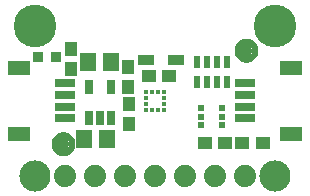
<source format=gbr>
G04 EAGLE Gerber RS-274X export*
G75*
%MOMM*%
%FSLAX34Y34*%
%LPD*%
%INSoldermask Top*%
%IPPOS*%
%AMOC8*
5,1,8,0,0,1.08239X$1,22.5*%
G01*
%ADD10C,2.641600*%
%ADD11R,1.341600X1.601600*%
%ADD12R,0.651600X1.301600*%
%ADD13R,1.101600X1.176600*%
%ADD14R,0.551600X1.001600*%
%ADD15R,0.601600X0.601600*%
%ADD16R,0.601600X0.501600*%
%ADD17C,3.617600*%
%ADD18R,1.651600X0.701600*%
%ADD19R,1.901600X1.301600*%
%ADD20C,1.101600*%
%ADD21C,0.500000*%
%ADD22R,0.901600X0.901600*%
%ADD23R,1.451600X0.901600*%
%ADD24R,1.176600X1.101600*%
%ADD25R,0.351600X0.376600*%
%ADD26R,0.376600X0.351600*%
%ADD27C,1.879600*%


D10*
X25400Y25400D03*
X228600Y25400D03*
D11*
X67208Y56896D03*
X86208Y56896D03*
D12*
X71018Y74629D03*
X80518Y74629D03*
X90018Y74629D03*
X90018Y100631D03*
X71018Y100631D03*
D11*
X70510Y121920D03*
X89510Y121920D03*
D13*
X105410Y85970D03*
X105410Y68970D03*
D14*
X188260Y104530D03*
X188260Y121530D03*
X179260Y104530D03*
X171260Y104530D03*
X162260Y104530D03*
X162260Y121530D03*
X179260Y121530D03*
X171260Y121530D03*
D15*
X183752Y67938D03*
D16*
X183752Y75438D03*
D15*
X183752Y82938D03*
X165752Y82938D03*
D16*
X165752Y75438D03*
D15*
X165752Y67938D03*
D17*
X25400Y152400D03*
X228600Y152400D03*
D18*
X203460Y83900D03*
X203460Y93900D03*
X203460Y73900D03*
X203460Y103900D03*
D19*
X242460Y60900D03*
X242460Y116900D03*
D18*
X50540Y93900D03*
X50540Y83900D03*
X50540Y103900D03*
X50540Y73900D03*
D19*
X11540Y116900D03*
X11540Y60900D03*
D20*
X49530Y52070D03*
D21*
X49530Y59570D02*
X49349Y59568D01*
X49168Y59561D01*
X48987Y59550D01*
X48806Y59535D01*
X48626Y59515D01*
X48446Y59491D01*
X48267Y59463D01*
X48089Y59430D01*
X47912Y59393D01*
X47735Y59352D01*
X47560Y59307D01*
X47385Y59257D01*
X47212Y59203D01*
X47041Y59145D01*
X46870Y59083D01*
X46702Y59016D01*
X46535Y58946D01*
X46369Y58872D01*
X46206Y58793D01*
X46045Y58711D01*
X45885Y58625D01*
X45728Y58535D01*
X45573Y58441D01*
X45420Y58344D01*
X45270Y58242D01*
X45122Y58138D01*
X44976Y58029D01*
X44834Y57918D01*
X44694Y57802D01*
X44557Y57684D01*
X44422Y57562D01*
X44291Y57437D01*
X44163Y57309D01*
X44038Y57178D01*
X43916Y57043D01*
X43798Y56906D01*
X43682Y56766D01*
X43571Y56624D01*
X43462Y56478D01*
X43358Y56330D01*
X43256Y56180D01*
X43159Y56027D01*
X43065Y55872D01*
X42975Y55715D01*
X42889Y55555D01*
X42807Y55394D01*
X42728Y55231D01*
X42654Y55065D01*
X42584Y54898D01*
X42517Y54730D01*
X42455Y54559D01*
X42397Y54388D01*
X42343Y54215D01*
X42293Y54040D01*
X42248Y53865D01*
X42207Y53688D01*
X42170Y53511D01*
X42137Y53333D01*
X42109Y53154D01*
X42085Y52974D01*
X42065Y52794D01*
X42050Y52613D01*
X42039Y52432D01*
X42032Y52251D01*
X42030Y52070D01*
X49530Y59570D02*
X49711Y59568D01*
X49892Y59561D01*
X50073Y59550D01*
X50254Y59535D01*
X50434Y59515D01*
X50614Y59491D01*
X50793Y59463D01*
X50971Y59430D01*
X51148Y59393D01*
X51325Y59352D01*
X51500Y59307D01*
X51675Y59257D01*
X51848Y59203D01*
X52019Y59145D01*
X52190Y59083D01*
X52358Y59016D01*
X52525Y58946D01*
X52691Y58872D01*
X52854Y58793D01*
X53015Y58711D01*
X53175Y58625D01*
X53332Y58535D01*
X53487Y58441D01*
X53640Y58344D01*
X53790Y58242D01*
X53938Y58138D01*
X54084Y58029D01*
X54226Y57918D01*
X54366Y57802D01*
X54503Y57684D01*
X54638Y57562D01*
X54769Y57437D01*
X54897Y57309D01*
X55022Y57178D01*
X55144Y57043D01*
X55262Y56906D01*
X55378Y56766D01*
X55489Y56624D01*
X55598Y56478D01*
X55702Y56330D01*
X55804Y56180D01*
X55901Y56027D01*
X55995Y55872D01*
X56085Y55715D01*
X56171Y55555D01*
X56253Y55394D01*
X56332Y55231D01*
X56406Y55065D01*
X56476Y54898D01*
X56543Y54730D01*
X56605Y54559D01*
X56663Y54388D01*
X56717Y54215D01*
X56767Y54040D01*
X56812Y53865D01*
X56853Y53688D01*
X56890Y53511D01*
X56923Y53333D01*
X56951Y53154D01*
X56975Y52974D01*
X56995Y52794D01*
X57010Y52613D01*
X57021Y52432D01*
X57028Y52251D01*
X57030Y52070D01*
X57028Y51889D01*
X57021Y51708D01*
X57010Y51527D01*
X56995Y51346D01*
X56975Y51166D01*
X56951Y50986D01*
X56923Y50807D01*
X56890Y50629D01*
X56853Y50452D01*
X56812Y50275D01*
X56767Y50100D01*
X56717Y49925D01*
X56663Y49752D01*
X56605Y49581D01*
X56543Y49410D01*
X56476Y49242D01*
X56406Y49075D01*
X56332Y48909D01*
X56253Y48746D01*
X56171Y48585D01*
X56085Y48425D01*
X55995Y48268D01*
X55901Y48113D01*
X55804Y47960D01*
X55702Y47810D01*
X55598Y47662D01*
X55489Y47516D01*
X55378Y47374D01*
X55262Y47234D01*
X55144Y47097D01*
X55022Y46962D01*
X54897Y46831D01*
X54769Y46703D01*
X54638Y46578D01*
X54503Y46456D01*
X54366Y46338D01*
X54226Y46222D01*
X54084Y46111D01*
X53938Y46002D01*
X53790Y45898D01*
X53640Y45796D01*
X53487Y45699D01*
X53332Y45605D01*
X53175Y45515D01*
X53015Y45429D01*
X52854Y45347D01*
X52691Y45268D01*
X52525Y45194D01*
X52358Y45124D01*
X52190Y45057D01*
X52019Y44995D01*
X51848Y44937D01*
X51675Y44883D01*
X51500Y44833D01*
X51325Y44788D01*
X51148Y44747D01*
X50971Y44710D01*
X50793Y44677D01*
X50614Y44649D01*
X50434Y44625D01*
X50254Y44605D01*
X50073Y44590D01*
X49892Y44579D01*
X49711Y44572D01*
X49530Y44570D01*
X49349Y44572D01*
X49168Y44579D01*
X48987Y44590D01*
X48806Y44605D01*
X48626Y44625D01*
X48446Y44649D01*
X48267Y44677D01*
X48089Y44710D01*
X47912Y44747D01*
X47735Y44788D01*
X47560Y44833D01*
X47385Y44883D01*
X47212Y44937D01*
X47041Y44995D01*
X46870Y45057D01*
X46702Y45124D01*
X46535Y45194D01*
X46369Y45268D01*
X46206Y45347D01*
X46045Y45429D01*
X45885Y45515D01*
X45728Y45605D01*
X45573Y45699D01*
X45420Y45796D01*
X45270Y45898D01*
X45122Y46002D01*
X44976Y46111D01*
X44834Y46222D01*
X44694Y46338D01*
X44557Y46456D01*
X44422Y46578D01*
X44291Y46703D01*
X44163Y46831D01*
X44038Y46962D01*
X43916Y47097D01*
X43798Y47234D01*
X43682Y47374D01*
X43571Y47516D01*
X43462Y47662D01*
X43358Y47810D01*
X43256Y47960D01*
X43159Y48113D01*
X43065Y48268D01*
X42975Y48425D01*
X42889Y48585D01*
X42807Y48746D01*
X42728Y48909D01*
X42654Y49075D01*
X42584Y49242D01*
X42517Y49410D01*
X42455Y49581D01*
X42397Y49752D01*
X42343Y49925D01*
X42293Y50100D01*
X42248Y50275D01*
X42207Y50452D01*
X42170Y50629D01*
X42137Y50807D01*
X42109Y50986D01*
X42085Y51166D01*
X42065Y51346D01*
X42050Y51527D01*
X42039Y51708D01*
X42032Y51889D01*
X42030Y52070D01*
D20*
X204470Y131191D03*
D21*
X204470Y138691D02*
X204289Y138689D01*
X204108Y138682D01*
X203927Y138671D01*
X203746Y138656D01*
X203566Y138636D01*
X203386Y138612D01*
X203207Y138584D01*
X203029Y138551D01*
X202852Y138514D01*
X202675Y138473D01*
X202500Y138428D01*
X202325Y138378D01*
X202152Y138324D01*
X201981Y138266D01*
X201810Y138204D01*
X201642Y138137D01*
X201475Y138067D01*
X201309Y137993D01*
X201146Y137914D01*
X200985Y137832D01*
X200825Y137746D01*
X200668Y137656D01*
X200513Y137562D01*
X200360Y137465D01*
X200210Y137363D01*
X200062Y137259D01*
X199916Y137150D01*
X199774Y137039D01*
X199634Y136923D01*
X199497Y136805D01*
X199362Y136683D01*
X199231Y136558D01*
X199103Y136430D01*
X198978Y136299D01*
X198856Y136164D01*
X198738Y136027D01*
X198622Y135887D01*
X198511Y135745D01*
X198402Y135599D01*
X198298Y135451D01*
X198196Y135301D01*
X198099Y135148D01*
X198005Y134993D01*
X197915Y134836D01*
X197829Y134676D01*
X197747Y134515D01*
X197668Y134352D01*
X197594Y134186D01*
X197524Y134019D01*
X197457Y133851D01*
X197395Y133680D01*
X197337Y133509D01*
X197283Y133336D01*
X197233Y133161D01*
X197188Y132986D01*
X197147Y132809D01*
X197110Y132632D01*
X197077Y132454D01*
X197049Y132275D01*
X197025Y132095D01*
X197005Y131915D01*
X196990Y131734D01*
X196979Y131553D01*
X196972Y131372D01*
X196970Y131191D01*
X204470Y138691D02*
X204651Y138689D01*
X204832Y138682D01*
X205013Y138671D01*
X205194Y138656D01*
X205374Y138636D01*
X205554Y138612D01*
X205733Y138584D01*
X205911Y138551D01*
X206088Y138514D01*
X206265Y138473D01*
X206440Y138428D01*
X206615Y138378D01*
X206788Y138324D01*
X206959Y138266D01*
X207130Y138204D01*
X207298Y138137D01*
X207465Y138067D01*
X207631Y137993D01*
X207794Y137914D01*
X207955Y137832D01*
X208115Y137746D01*
X208272Y137656D01*
X208427Y137562D01*
X208580Y137465D01*
X208730Y137363D01*
X208878Y137259D01*
X209024Y137150D01*
X209166Y137039D01*
X209306Y136923D01*
X209443Y136805D01*
X209578Y136683D01*
X209709Y136558D01*
X209837Y136430D01*
X209962Y136299D01*
X210084Y136164D01*
X210202Y136027D01*
X210318Y135887D01*
X210429Y135745D01*
X210538Y135599D01*
X210642Y135451D01*
X210744Y135301D01*
X210841Y135148D01*
X210935Y134993D01*
X211025Y134836D01*
X211111Y134676D01*
X211193Y134515D01*
X211272Y134352D01*
X211346Y134186D01*
X211416Y134019D01*
X211483Y133851D01*
X211545Y133680D01*
X211603Y133509D01*
X211657Y133336D01*
X211707Y133161D01*
X211752Y132986D01*
X211793Y132809D01*
X211830Y132632D01*
X211863Y132454D01*
X211891Y132275D01*
X211915Y132095D01*
X211935Y131915D01*
X211950Y131734D01*
X211961Y131553D01*
X211968Y131372D01*
X211970Y131191D01*
X211968Y131010D01*
X211961Y130829D01*
X211950Y130648D01*
X211935Y130467D01*
X211915Y130287D01*
X211891Y130107D01*
X211863Y129928D01*
X211830Y129750D01*
X211793Y129573D01*
X211752Y129396D01*
X211707Y129221D01*
X211657Y129046D01*
X211603Y128873D01*
X211545Y128702D01*
X211483Y128531D01*
X211416Y128363D01*
X211346Y128196D01*
X211272Y128030D01*
X211193Y127867D01*
X211111Y127706D01*
X211025Y127546D01*
X210935Y127389D01*
X210841Y127234D01*
X210744Y127081D01*
X210642Y126931D01*
X210538Y126783D01*
X210429Y126637D01*
X210318Y126495D01*
X210202Y126355D01*
X210084Y126218D01*
X209962Y126083D01*
X209837Y125952D01*
X209709Y125824D01*
X209578Y125699D01*
X209443Y125577D01*
X209306Y125459D01*
X209166Y125343D01*
X209024Y125232D01*
X208878Y125123D01*
X208730Y125019D01*
X208580Y124917D01*
X208427Y124820D01*
X208272Y124726D01*
X208115Y124636D01*
X207955Y124550D01*
X207794Y124468D01*
X207631Y124389D01*
X207465Y124315D01*
X207298Y124245D01*
X207130Y124178D01*
X206959Y124116D01*
X206788Y124058D01*
X206615Y124004D01*
X206440Y123954D01*
X206265Y123909D01*
X206088Y123868D01*
X205911Y123831D01*
X205733Y123798D01*
X205554Y123770D01*
X205374Y123746D01*
X205194Y123726D01*
X205013Y123711D01*
X204832Y123700D01*
X204651Y123693D01*
X204470Y123691D01*
X204289Y123693D01*
X204108Y123700D01*
X203927Y123711D01*
X203746Y123726D01*
X203566Y123746D01*
X203386Y123770D01*
X203207Y123798D01*
X203029Y123831D01*
X202852Y123868D01*
X202675Y123909D01*
X202500Y123954D01*
X202325Y124004D01*
X202152Y124058D01*
X201981Y124116D01*
X201810Y124178D01*
X201642Y124245D01*
X201475Y124315D01*
X201309Y124389D01*
X201146Y124468D01*
X200985Y124550D01*
X200825Y124636D01*
X200668Y124726D01*
X200513Y124820D01*
X200360Y124917D01*
X200210Y125019D01*
X200062Y125123D01*
X199916Y125232D01*
X199774Y125343D01*
X199634Y125459D01*
X199497Y125577D01*
X199362Y125699D01*
X199231Y125824D01*
X199103Y125952D01*
X198978Y126083D01*
X198856Y126218D01*
X198738Y126355D01*
X198622Y126495D01*
X198511Y126637D01*
X198402Y126783D01*
X198298Y126931D01*
X198196Y127081D01*
X198099Y127234D01*
X198005Y127389D01*
X197915Y127546D01*
X197829Y127706D01*
X197747Y127867D01*
X197668Y128030D01*
X197594Y128196D01*
X197524Y128363D01*
X197457Y128531D01*
X197395Y128702D01*
X197337Y128873D01*
X197283Y129046D01*
X197233Y129221D01*
X197188Y129396D01*
X197147Y129573D01*
X197110Y129750D01*
X197077Y129928D01*
X197049Y130107D01*
X197025Y130287D01*
X197005Y130467D01*
X196990Y130648D01*
X196979Y130829D01*
X196972Y131010D01*
X196970Y131191D01*
D22*
X28060Y125730D03*
X43060Y125730D03*
D13*
X55880Y132960D03*
X55880Y115960D03*
X103886Y100466D03*
X103886Y117466D03*
D23*
X144780Y123190D03*
X119380Y123190D03*
D24*
X121548Y109474D03*
X138548Y109474D03*
X218050Y52705D03*
X201050Y52705D03*
X186300Y52705D03*
X169300Y52705D03*
D25*
X134500Y96400D03*
X129500Y96400D03*
X124500Y96400D03*
X119500Y96400D03*
D26*
X119500Y91400D03*
X119500Y86400D03*
D25*
X119500Y81400D03*
X124500Y81400D03*
X129500Y81400D03*
X134500Y81400D03*
D26*
X134500Y86400D03*
X134500Y91400D03*
D27*
X50800Y25400D03*
X76200Y25400D03*
X101600Y25400D03*
X127000Y25400D03*
X152400Y25400D03*
X177800Y25400D03*
X203200Y25400D03*
M02*

</source>
